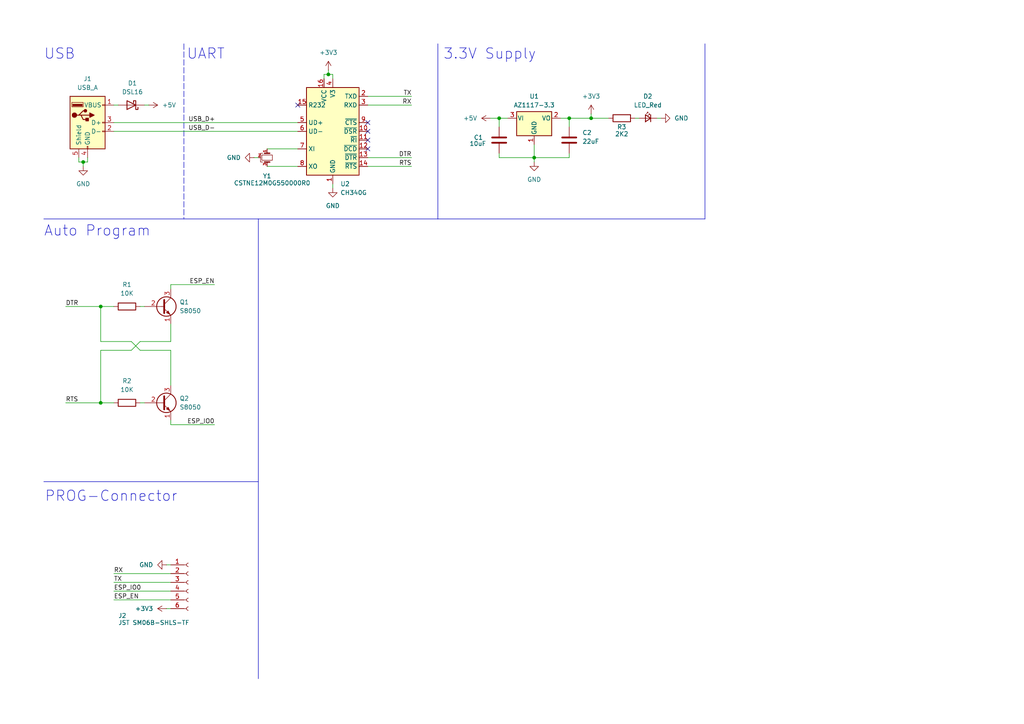
<source format=kicad_sch>
(kicad_sch (version 20231120) (generator "eeschema") (generator_version "8.0")
  (paper "A4")
  (title_block (title "ESP-PROG Stick") (date "2024-10-31") (rev "1.0") (company "github.com/harexew"))
  (lib_symbols
    (symbol "Connector:Conn_01x06_Socket" (pin_names (offset 1.016) hide)
      (property "Reference" "J" (at 0 7.62 0))
      (property "Value" "Conn_01x06_Socket" (at 0 -10.16 0))
      (symbol "Conn_01x06_Socket_1_1"
        (arc (start 0 -7.112) (mid -0.5058 -7.62) (end 0 -8.128) (stroke (width 0.1524)))
        (arc (start 0 -4.572) (mid -0.5058 -5.08) (end 0 -5.588) (stroke (width 0.1524)))
        (arc (start 0 -2.032) (mid -0.5058 -2.54) (end 0 -3.048) (stroke (width 0.1524)))
        (polyline (pts (xy -1.27 -7.62) (xy -0.508 -7.62)) (stroke (width 0.1524)))
        (polyline (pts (xy -1.27 -5.08) (xy -0.508 -5.08)) (stroke (width 0.1524)))
        (polyline (pts (xy -1.27 -2.54) (xy -0.508 -2.54)) (stroke (width 0.1524)))
        (polyline (pts (xy -1.27 0) (xy -0.508 0)) (stroke (width 0.1524)))
        (polyline (pts (xy -1.27 2.54) (xy -0.508 2.54)) (stroke (width 0.1524)))
        (polyline (pts (xy -1.27 5.08) (xy -0.508 5.08)) (stroke (width 0.1524)))
        (arc (start 0 0.508) (mid -0.5058 0) (end 0 -0.508) (stroke (width 0.1524)))
        (arc (start 0 3.048) (mid -0.5058 2.54) (end 0 2.032) (stroke (width 0.1524)))
        (arc (start 0 5.588) (mid -0.5058 5.08) (end 0 4.572) (stroke (width 0.1524)))
        (pin passive line (at -5.08 5.08 0) (length 3.81) (name "Pin_1") (number "1"))
        (pin passive line (at -5.08 2.54 0) (length 3.81) (name "Pin_2") (number "2"))
        (pin passive line (at -5.08 0 0) (length 3.81) (name "Pin_3") (number "3"))
        (pin passive line (at -5.08 -2.54 0) (length 3.81) (name "Pin_4") (number "4"))
        (pin passive line (at -5.08 -5.08 0) (length 3.81) (name "Pin_5") (number "5"))
        (pin passive line (at -5.08 -7.62 0) (length 3.81) (name "Pin_6") (number "6"))
      )
    )
    (symbol "Connector:USB_A" (pin_names (offset 1.016))
      (property "Reference" "J" (at -5.08 11.43 0))
      (property "Value" "USB_A" (at -5.08 8.89 0))
      (symbol "USB_A_0_1"
        (rectangle (start -5.08 -7.62) (end 5.08 7.62) (stroke (width 0.254)) (fill (type background)))
        (circle (center -3.81 2.159) (radius 0.635) (stroke (width 0.254)) (fill (type outline)))
        (rectangle (start -1.524 4.826) (end -4.318 5.334) (fill (type outline)))
        (rectangle (start -1.27 4.572) (end -4.572 5.842))
        (circle (center -0.635 3.429) (radius 0.381) (stroke (width 0.254)) (fill (type outline)))
        (rectangle (start -0.127 -7.62) (end 0.127 -6.858))
        (polyline (pts (xy -3.175 2.159) (xy -2.54 2.159) (xy -1.27 3.429) (xy -0.635 3.429)) (stroke (width 0.254)))
        (polyline (pts (xy -2.54 2.159) (xy -1.905 2.159) (xy -1.27 0.889) (xy 0 0.889)) (stroke (width 0.254)))
        (polyline (pts (xy 0.635 2.794) (xy 0.635 1.524) (xy 1.905 2.159) (xy 0.635 2.794)) (stroke (width 0.254)) (fill (type outline)))
        (rectangle (start 0.254 1.27) (end -0.508 0.508) (stroke (width 0.254)) (fill (type outline)))
        (rectangle (start 5.08 -2.667) (end 4.318 -2.413))
        (rectangle (start 5.08 -0.127) (end 4.318 0.127))
        (rectangle (start 5.08 4.953) (end 4.318 5.207))
      )
      (symbol "USB_A_1_1"
        (polyline (pts (xy -1.905 2.159) (xy 0.635 2.159)) (stroke (width 0.254)))
        (pin power_in line (at 7.62 5.08 180) (length 2.54) (name "VBUS") (number "1"))
        (pin bidirectional line (at 7.62 -2.54 180) (length 2.54) (name "D-") (number "2"))
        (pin bidirectional line (at 7.62 0 180) (length 2.54) (name "D+") (number "3"))
        (pin power_in line (at 0 -10.16 90) (length 2.54) (name "GND") (number "4"))
        (pin passive line (at -2.54 -10.16 90) (length 2.54) (name "Shield") (number "5"))
      )
    )
    (symbol "Device:C" (pin_numbers hide) (pin_names (offset 0.254))
      (property "Reference" "C" (at 0.635 2.54 0))
      (property "Value" "C" (at 0.635 -2.54 0))
      (symbol "C_0_1"
        (polyline (pts (xy -2.032 -0.762) (xy 2.032 -0.762)) (stroke (width 0.508)))
        (polyline (pts (xy -2.032 0.762) (xy 2.032 0.762)) (stroke (width 0.508)))
      )
      (symbol "C_1_1"
        (pin passive line (at 0 3.81 270) (length 2.794) (name "~") (number "1"))
        (pin passive line (at 0 -3.81 90) (length 2.794) (name "~") (number "2"))
      )
    )
    (symbol "Device:Crystal_GND2_Small" (pin_names (offset 1.016) hide)
      (property "Reference" "Y" (at 0 5.08 0))
      (property "Value" "Crystal_GND2_Small" (at 0 3.175 0))
      (symbol "Crystal_GND2_Small_0_1"
        (rectangle (start -0.762 -1.524) (end 0.762 1.524))
        (polyline (pts (xy -1.27 -0.762) (xy -1.27 0.762)) (stroke (width 0.381)))
        (polyline (pts (xy 1.27 -0.762) (xy 1.27 0.762)) (stroke (width 0.381)))
        (polyline (pts (xy -1.27 -1.27) (xy -1.27 -1.905) (xy 1.27 -1.905) (xy 1.27 -1.27)))
      )
      (symbol "Crystal_GND2_Small_1_1"
        (pin passive line (at -2.54 0 0) (length 1.27) (name "1") (number "1"))
        (pin passive line (at 0 -2.54 90) (length 0.635) (name "2") (number "2"))
        (pin passive line (at 2.54 0 180) (length 1.27) (name "3") (number "3"))
      )
    )
    (symbol "Device:D_Schottky" (pin_numbers hide) (pin_names (offset 1.016) hide)
      (property "Reference" "D" (at 0 2.54 0))
      (property "Value" "D_Schottky" (at 0 -2.54 0))
      (symbol "D_Schottky_0_1"
        (polyline (pts (xy 1.27 0) (xy -1.27 0)))
        (polyline (pts (xy 1.27 1.27) (xy 1.27 -1.27) (xy -1.27 0) (xy 1.27 1.27)) (stroke (width 0.254)))
        (polyline (pts (xy -1.905 0.635) (xy -1.905 1.27) (xy -1.27 1.27) (xy -1.27 -1.27) (xy -0.635 -1.27) (xy -0.635 -0.635)) (stroke (width 0.254)))
      )
      (symbol "D_Schottky_1_1"
        (pin passive line (at -3.81 0 0) (length 2.54) (name "K") (number "1"))
        (pin passive line (at 3.81 0 180) (length 2.54) (name "A") (number "2"))
      )
    )
    (symbol "Device:LED_Small" (pin_numbers hide) (pin_names (offset 0.254) hide)
      (property "Reference" "D" (at -1.27 3.175 0))
      (property "Value" "LED_Small" (at -4.445 -2.54 0))
      (symbol "LED_Small_0_1"
        (polyline (pts (xy -0.762 -1.016) (xy -0.762 1.016)) (stroke (width 0.254)))
        (polyline (pts (xy 1.016 0) (xy -0.762 0)))
        (polyline (pts (xy 0.762 -1.016) (xy -0.762 0) (xy 0.762 1.016) (xy 0.762 -1.016)) (stroke (width 0.254)))
        (polyline (pts (xy 0 0.762) (xy -0.508 1.27) (xy -0.254 1.27) (xy -0.508 1.27) (xy -0.508 1.016)))
        (polyline (pts (xy 0.508 1.27) (xy 0 1.778) (xy 0.254 1.778) (xy 0 1.778) (xy 0 1.524)))
      )
      (symbol "LED_Small_1_1"
        (pin passive line (at -2.54 0 0) (length 1.778) (name "K") (number "1"))
        (pin passive line (at 2.54 0 180) (length 1.778) (name "A") (number "2"))
      )
    )
    (symbol "Device:R" (pin_numbers hide) (pin_names (offset 0))
      (property "Reference" "R" (at 2.032 0 90))
      (property "Value" "R" (at 0 0 90))
      (symbol "R_0_1"
        (rectangle (start -1.016 -2.54) (end 1.016 2.54) (stroke (width 0.254)))
      )
      (symbol "R_1_1"
        (pin passive line (at 0 3.81 270) (length 1.27) (name "~") (number "1"))
        (pin passive line (at 0 -3.81 90) (length 1.27) (name "~") (number "2"))
      )
    )
    (symbol "Interface_USB:CH340G"
      (property "Reference" "U" (at -5.08 13.97 0))
      (property "Value" "CH340G" (at 1.27 13.97 0))
      (symbol "CH340G_0_1"
        (rectangle (start -7.62 12.7) (end 7.62 -12.7) (stroke (width 0.254)) (fill (type background)))
      )
      (symbol "CH340G_1_1"
        (pin power_in line (at 0 -15.24 90) (length 2.54) (name "GND") (number "1"))
        (pin input line (at 10.16 0 180) (length 2.54) (name "~{DSR}") (number "10"))
        (pin input line (at 10.16 -2.54 180) (length 2.54) (name "~{RI}") (number "11"))
        (pin input line (at 10.16 -5.08 180) (length 2.54) (name "~{DCD}") (number "12"))
        (pin output line (at 10.16 -7.62 180) (length 2.54) (name "~{DTR}") (number "13"))
        (pin output line (at 10.16 -10.16 180) (length 2.54) (name "~{RTS}") (number "14"))
        (pin input line (at -10.16 7.62 0) (length 2.54) (name "R232") (number "15"))
        (pin power_in line (at -2.54 15.24 270) (length 2.54) (name "VCC") (number "16"))
        (pin output line (at 10.16 10.16 180) (length 2.54) (name "TXD") (number "2"))
        (pin input line (at 10.16 7.62 180) (length 2.54) (name "RXD") (number "3"))
        (pin power_out line (at 0 15.24 270) (length 2.54) (name "V3") (number "4"))
        (pin bidirectional line (at -10.16 2.54 0) (length 2.54) (name "UD+") (number "5"))
        (pin bidirectional line (at -10.16 0 0) (length 2.54) (name "UD-") (number "6"))
        (pin input line (at -10.16 -5.08 0) (length 2.54) (name "XI") (number "7"))
        (pin output line (at -10.16 -10.16 0) (length 2.54) (name "XO") (number "8"))
        (pin input line (at 10.16 2.54 180) (length 2.54) (name "~{CTS}") (number "9"))
      )
    )
    (symbol "Regulator_Linear:AZ1117-3.3" (pin_names (offset 0.254))
      (property "Reference" "U" (at -3.81 3.175 0))
      (property "Value" "AZ1117-3.3" (at 0 3.175 0))
      (symbol "AZ1117-3.3_0_1"
        (rectangle (start -5.08 1.905) (end 5.08 -5.08) (stroke (width 0.254)) (fill (type background)))
      )
      (symbol "AZ1117-3.3_1_1"
        (pin power_in line (at 0 -7.62 90) (length 2.54) (name "GND") (number "1"))
        (pin power_out line (at 7.62 0 180) (length 2.54) (name "VO") (number "2"))
        (pin power_in line (at -7.62 0 0) (length 2.54) (name "VI") (number "3"))
      )
    )
    (symbol "Transistor_BJT:S8050" (pin_names (offset 0) hide)
      (property "Reference" "Q" (at 5.08 1.905 0))
      (property "Value" "S8050" (at 5.08 0 0))
      (symbol "S8050_0_1"
        (polyline (pts (xy 0 0) (xy 0.635 0)))
        (polyline (pts (xy 0.635 0.635) (xy 2.54 2.54)))
        (polyline (pts (xy 0.635 -0.635) (xy 2.54 -2.54) (xy 2.54 -2.54)))
        (polyline (pts (xy 0.635 1.905) (xy 0.635 -1.905) (xy 0.635 -1.905)) (stroke (width 0.508)))
        (polyline (pts (xy 1.27 -1.778) (xy 1.778 -1.27) (xy 2.286 -2.286) (xy 1.27 -1.778) (xy 1.27 -1.778)) (fill (type outline)))
        (circle (center 1.27 0) (radius 2.8194) (stroke (width 0.254)))
      )
      (symbol "S8050_1_1"
        (pin passive line (at 2.54 -5.08 90) (length 2.54) (name "E") (number "1"))
        (pin input line (at -5.08 0 0) (length 5.08) (name "B") (number "2"))
        (pin passive line (at 2.54 5.08 270) (length 2.54) (name "C") (number "3"))
      )
    )
    (symbol "power:+3V3" (power) (pin_numbers hide) (pin_names (offset 0) hide)
      (property "Value" "+3V3" (at 0 3.556 0))
      (symbol "+3V3_0_1"
        (polyline (pts (xy -0.762 1.27) (xy 0 2.54)))
        (polyline (pts (xy 0 0) (xy 0 2.54)))
        (polyline (pts (xy 0 2.54) (xy 0.762 1.27)))
      )
      (symbol "+3V3_1_1"
        (pin power_in line (at 0 0 90) (length 0) (name "~") (number "1"))
      )
    )
    (symbol "power:+5V" (power) (pin_numbers hide) (pin_names (offset 0) hide)
      (property "Value" "+5V" (at 0 3.556 0))
      (symbol "+5V_0_1"
        (polyline (pts (xy -0.762 1.27) (xy 0 2.54)))
        (polyline (pts (xy 0 0) (xy 0 2.54)))
        (polyline (pts (xy 0 2.54) (xy 0.762 1.27)))
      )
      (symbol "+5V_1_1"
        (pin power_in line (at 0 0 90) (length 0) (name "~") (number "1"))
      )
    )
    (symbol "power:GND" (power) (pin_numbers hide) (pin_names (offset 0) hide)
      (property "Value" "GND" (at 0 -3.81 0))
      (symbol "GND_0_1"
        (polyline (pts (xy 0 0) (xy 0 -1.27) (xy 1.27 -1.27) (xy 0 -2.54) (xy -1.27 -1.27) (xy 0 -1.27)))
      )
      (symbol "GND_1_1"
        (pin power_in line (at 0 0 270) (length 0) (name "~") (number "1"))
      )
    )
  )
  (junction (at 154.94 45.72))
  (junction (at 171.45 34.29))
  (junction (at 95.25 21.59))
  (junction (at 165.1 34.29))
  (junction (at 29.21 116.84))
  (junction (at 144.78 34.29))
  (junction (at 29.21 88.9))
  (junction (at 24.13 46.99))
  (no_connect (at 106.68 38.1))
  (no_connect (at 106.68 43.18))
  (no_connect (at 86.36 30.48))
  (no_connect (at 106.68 40.64))
  (no_connect (at 106.68 35.56))
  (wire (pts (xy 33.02 166.37) (xy 49.53 166.37)))
  (wire (pts (xy 154.94 41.91) (xy 154.94 45.72)))
  (polyline (pts (xy 53.34 12.7) (xy 53.34 63.5)) (stroke (width 0) (type dash)))
  (wire (pts (xy 22.86 46.99) (xy 24.13 46.99)))
  (wire (pts (xy 33.02 30.48) (xy 34.29 30.48)))
  (wire (pts (xy 77.47 43.18) (xy 86.36 43.18)))
  (wire (pts (xy 29.21 116.84) (xy 33.02 116.84)))
  (wire (pts (xy 49.53 121.92) (xy 49.53 123.19)))
  (wire (pts (xy 106.68 45.72) (xy 119.38 45.72)))
  (wire (pts (xy 96.52 21.59) (xy 96.52 22.86)))
  (wire (pts (xy 29.21 88.9) (xy 33.02 88.9)))
  (wire (pts (xy 41.91 30.48) (xy 43.18 30.48)))
  (wire (pts (xy 106.68 30.48) (xy 119.38 30.48)))
  (wire (pts (xy 38.1 101.6) (xy 40.64 99.06)))
  (wire (pts (xy 33.02 38.1) (xy 86.36 38.1)))
  (wire (pts (xy 106.68 48.26) (xy 119.38 48.26)))
  (wire (pts (xy 40.64 88.9) (xy 41.91 88.9)))
  (wire (pts (xy 49.53 82.55) (xy 62.23 82.55)))
  (wire (pts (xy 33.02 173.99) (xy 49.53 173.99)))
  (wire (pts (xy 144.78 34.29) (xy 144.78 36.83)))
  (wire (pts (xy 48.26 163.83) (xy 49.53 163.83)))
  (wire (pts (xy 40.64 99.06) (xy 49.53 99.06)))
  (polyline (pts (xy 74.93 63.5) (xy 74.93 196.85)))
  (wire (pts (xy 144.78 45.72) (xy 154.94 45.72)))
  (wire (pts (xy 40.64 116.84) (xy 41.91 116.84)))
  (wire (pts (xy 95.25 20.32) (xy 95.25 21.59)))
  (wire (pts (xy 165.1 34.29) (xy 165.1 36.83)))
  (wire (pts (xy 40.64 101.6) (xy 49.53 101.6)))
  (wire (pts (xy 106.68 27.94) (xy 119.38 27.94)))
  (wire (pts (xy 25.4 45.72) (xy 25.4 46.99)))
  (wire (pts (xy 93.98 21.59) (xy 95.25 21.59)))
  (wire (pts (xy 29.21 101.6) (xy 38.1 101.6)))
  (wire (pts (xy 33.02 168.91) (xy 49.53 168.91)))
  (wire (pts (xy 77.47 48.26) (xy 86.36 48.26)))
  (wire (pts (xy 165.1 34.29) (xy 171.45 34.29)))
  (wire (pts (xy 93.98 22.86) (xy 93.98 21.59)))
  (wire (pts (xy 165.1 45.72) (xy 165.1 44.45)))
  (polyline (pts (xy 127 12.7) (xy 127 63.5)))
  (polyline (pts (xy 127 63.5) (xy 204.47 63.5)))
  (wire (pts (xy 48.26 176.53) (xy 49.53 176.53)))
  (wire (pts (xy 95.25 21.59) (xy 96.52 21.59)))
  (wire (pts (xy 24.13 46.99) (xy 24.13 48.26)))
  (wire (pts (xy 33.02 171.45) (xy 49.53 171.45)))
  (wire (pts (xy 24.13 46.99) (xy 25.4 46.99)))
  (wire (pts (xy 19.05 116.84) (xy 29.21 116.84)))
  (wire (pts (xy 154.94 45.72) (xy 154.94 46.99)))
  (polyline (pts (xy 12.7 63.5) (xy 127 63.5)))
  (wire (pts (xy 29.21 99.06) (xy 29.21 88.9)))
  (wire (pts (xy 38.1 99.06) (xy 40.64 101.6)))
  (wire (pts (xy 49.53 123.19) (xy 62.23 123.19)))
  (wire (pts (xy 185.42 34.29) (xy 184.15 34.29)))
  (wire (pts (xy 49.53 83.82) (xy 49.53 82.55)))
  (polyline (pts (xy 12.7 139.7) (xy 74.93 139.7)))
  (wire (pts (xy 154.94 45.72) (xy 165.1 45.72)))
  (wire (pts (xy 22.86 45.72) (xy 22.86 46.99)))
  (wire (pts (xy 190.5 34.29) (xy 191.77 34.29)))
  (wire (pts (xy 33.02 35.56) (xy 86.36 35.56)))
  (wire (pts (xy 162.56 34.29) (xy 165.1 34.29)))
  (wire (pts (xy 38.1 99.06) (xy 29.21 99.06)))
  (wire (pts (xy 49.53 101.6) (xy 49.53 111.76)))
  (wire (pts (xy 144.78 45.72) (xy 144.78 44.45)))
  (polyline (pts (xy 204.47 12.7) (xy 204.47 63.5)))
  (wire (pts (xy 29.21 101.6) (xy 29.21 116.84)))
  (wire (pts (xy 142.24 34.29) (xy 144.78 34.29)))
  (wire (pts (xy 49.53 99.06) (xy 49.53 93.98)))
  (wire (pts (xy 19.05 88.9) (xy 29.21 88.9)))
  (wire (pts (xy 144.78 34.29) (xy 147.32 34.29)))
  (wire (pts (xy 171.45 34.29) (xy 171.45 33.02)))
  (wire (pts (xy 73.66 45.72) (xy 74.93 45.72)))
  (wire (pts (xy 171.45 34.29) (xy 176.53 34.29)))
  (wire (pts (xy 96.52 53.34) (xy 96.52 54.61)))
  (text "PROG-Connector" (at 12.954 144.018 0) (effects (font (size 3 3)) (justify left)))
  (text "USB" (at 12.7 15.748 0) (effects (font (size 3 3)) (justify left)))
  (text "UART" (at 54.102 15.748 0) (effects (font (size 3 3)) (justify left)))
  (text "3.3V Supply" (at 128.524 15.748 0) (effects (font (size 3 3)) (justify left)))
  (text "Auto Program" (at 12.7 67.056 0) (effects (font (size 3 3)) (justify left)))
  (label "DTR" (at 19.05 88.9 0))
  (label "USB_D+" (at 54.61 35.56 0))
  (label "ESP_EN" (at 62.23 82.55 180))
  (label "RTS" (at 19.05 116.84 0))
  (label "RX" (at 33.02 166.37 0))
  (label "RTS" (at 119.38 48.26 180))
  (label "TX" (at 119.38 27.94 180))
  (label "ESP_EN" (at 33.02 173.99 0))
  (label "RX" (at 119.38 30.48 180))
  (label "ESP_IO0" (at 62.23 123.19 180))
  (label "USB_D-" (at 54.61 38.1 0))
  (label "ESP_IO0" (at 33.02 171.45 0))
  (label "TX" (at 33.02 168.91 0))
  (label "DTR" (at 119.38 45.72 180))
  (symbol (lib_id "power:GND") (at 191.77 34.29 90) (unit 1)
    (property "Reference" "#PWR06" (effects (hide yes)))
    (property "Value" "GND" (at 195.58 34.2899 90) (effects (justify right)))
    (property "Description" "Power symbol creates a global label with name \"GND\" , ground" (effects (hide yes)))
  )
  (symbol (lib_id "power:+3V3") (at 48.26 176.53 90) (mirror x) (unit 1)
    (property "Reference" "#PWR011" (effects (hide yes)))
    (property "Value" "+3V3" (at 44.45 176.5299 90) (effects (justify left)))
    (property "Description" "Power symbol creates a global label with name \"+3V3\"" (effects (hide yes)))
  )
  (symbol (lib_id "Device:R") (at 36.83 116.84 90) (unit 1)
    (property "Reference" "R2" (at 36.83 110.49 90))
    (property "Value" "10K" (at 36.83 113.03 90))
    (property "Footprint" "Resistor_SMD:R_0603_1608Metric" (effects (hide yes)))
    (property "Description" "Resistor" (effects (hide yes)))
    (property "LCSC" "C98220" (effects (hide yes)))
  )
  (symbol (lib_id "power:GND") (at 48.26 163.83 270) (unit 1)
    (property "Reference" "#PWR010" (effects (hide yes)))
    (property "Value" "GND" (at 44.45 163.8299 90) (effects (justify right)))
    (property "Description" "Power symbol creates a global label with name \"GND\" , ground" (effects (hide yes)))
  )
  (symbol (lib_id "Transistor_BJT:S8050") (at 46.99 116.84 0) (unit 1)
    (property "Reference" "Q2" (at 52.07 115.5699 0) (effects (justify left)))
    (property "Value" "S8050" (at 52.07 118.1099 0) (effects (justify left)))
    (property "Footprint" "Package_TO_SOT_SMD:SOT-23" (effects (hide yes)))
    (property "Datasheet" "http://www.unisonic.com.tw/datasheet/S8050.pdf" (effects (hide yes)))
    (property "Description" "0.7A Ic, 20V Vce, Low Voltage High Current NPN Transistor, TO-92" (effects (hide yes)))
    (property "LCSC" "C2926165" (effects (hide yes)))
  )
  (symbol (lib_id "Regulator_Linear:AZ1117-3.3") (at 154.94 34.29 0) (unit 1)
    (property "Reference" "U1" (at 154.94 27.94 0))
    (property "Value" "AZ1117-3.3" (at 154.94 30.48 0))
    (property "Footprint" "Package_TO_SOT_SMD:SOT-223-3_TabPin2" (effects (hide yes)))
    (property "Datasheet" "https://www.diodes.com/assets/Datasheets/AZ1117.pdf" (effects (hide yes)))
    (property "Description" "1A 20V Fixed LDO Linear Regulator, 3.3V, SOT-89/SOT-223/TO-220/TO-252/TO-263" (effects (hide yes)))
    (property "LCSC" "C7432020" (effects (hide yes)))
  )
  (symbol (lib_id "power:+5V") (at 43.18 30.48 270) (unit 1)
    (property "Reference" "#PWR01" (effects (hide yes)))
    (property "Value" "+5V" (at 46.99 30.4799 90) (effects (justify left)))
    (property "Description" "Power symbol creates a global label with name \"+5V\"" (effects (hide yes)))
  )
  (symbol (lib_id "power:GND") (at 154.94 46.99 0) (unit 1)
    (property "Reference" "#PWR04" (effects (hide yes)))
    (property "Value" "GND" (at 154.94 52.07 0))
    (property "Description" "Power symbol creates a global label with name \"GND\" , ground" (effects (hide yes)))
  )
  (symbol (lib_id "Connector:USB_A") (at 25.4 35.56 0) (unit 1)
    (property "Reference" "J1" (at 25.4 22.86 0))
    (property "Value" "USB_A" (at 25.4 25.4 0))
    (property "Footprint" "USB_Custom:XKB_U217-041N" (effects (hide yes)))
    (property "Description" "USB Type A connector" (effects (hide yes)))
    (property "LCSC" "C6036898" (effects (hide yes)))
  )
  (symbol (lib_id "power:GND") (at 96.52 54.61 0) (unit 1)
    (property "Reference" "#PWR08" (effects (hide yes)))
    (property "Value" "GND" (at 96.52 59.69 0))
    (property "Description" "Power symbol creates a global label with name \"GND\" , ground" (effects (hide yes)))
  )
  (symbol (lib_id "Device:C") (at 165.1 40.64 0) (mirror y) (unit 1)
    (property "Reference" "C2" (at 168.91 38.4809 0) (effects (justify right)))
    (property "Value" "22uF" (at 168.91 41.0209 0) (effects (justify right)))
    (property "Footprint" "Capacitor_SMD:C_1206_3216Metric_Pad1.33x1.80mm_HandSolder" (effects (hide yes)))
    (property "Description" "Unpolarized capacitor" (effects (hide yes)))
    (property "LCSC" "C2835562" (effects (hide yes)))
  )
  (symbol (lib_id "Transistor_BJT:S8050") (at 46.99 88.9 0) (unit 1)
    (property "Reference" "Q1" (at 52.07 87.6299 0) (effects (justify left)))
    (property "Value" "S8050" (at 52.07 90.1699 0) (effects (justify left)))
    (property "Footprint" "Package_TO_SOT_SMD:SOT-23" (effects (hide yes)))
    (property "Datasheet" "http://www.unisonic.com.tw/datasheet/S8050.pdf" (effects (hide yes)))
    (property "Description" "0.7A Ic, 20V Vce, Low Voltage High Current NPN Transistor, TO-92" (effects (hide yes)))
    (property "LCSC" "C2926165" (effects (hide yes)))
  )
  (symbol (lib_id "power:GND") (at 24.13 48.26 0) (unit 1)
    (property "Reference" "#PWR02" (effects (hide yes)))
    (property "Value" "GND" (at 24.13 53.34 0))
    (property "Description" "Power symbol creates a global label with name \"GND\" , ground" (effects (hide yes)))
  )
  (symbol (lib_id "power:+3V3") (at 95.25 20.32 0) (mirror y) (unit 1)
    (property "Reference" "#PWR09" (effects (hide yes)))
    (property "Value" "+3V3" (at 95.25 15.24 0))
    (property "Description" "Power symbol creates a global label with name \"+3V3\"" (effects (hide yes)))
  )
  (symbol (lib_id "Device:R") (at 180.34 34.29 90) (mirror x) (unit 1)
    (property "Reference" "R3" (at 180.34 36.83 90))
    (property "Value" "2K2" (at 180.34 38.862 90))
    (property "Footprint" "Resistor_SMD:R_0603_1608Metric" (effects (hide yes)))
    (property "Description" "Resistor" (effects (hide yes)))
    (property "LCSC" "C858962" (effects (hide yes)))
  )
  (symbol (lib_id "Connector:Conn_01x06_Socket") (at 54.61 168.91 0) (unit 1)
    (property "Reference" "J2" (at 34.29 178.562 0) (effects (justify left)))
    (property "Value" "JST SM06B-SHLS-TF" (at 34.29 180.594 0) (effects (justify left)))
    (property "Footprint" "Connector_JST:JST_SHL_SM06B-SHLS-TF_1x06-1MP_P1.00mm_Horizontal" (effects (hide yes)))
    (property "Description" "Generic connector, single row, 01x06, script generated" (effects (hide yes)))
    (property "LCSC" "C265110" (effects (hide yes)))
  )
  (symbol (lib_id "Interface_USB:CH340G") (at 96.52 38.1 0) (unit 1)
    (property "Reference" "U2" (at 98.7141 53.34 0) (effects (justify left)))
    (property "Value" "CH340G" (at 98.7141 55.88 0) (effects (justify left)))
    (property "Footprint" "Package_SO:SOIC-16_3.9x9.9mm_P1.27mm" (effects (hide yes)))
    (property "Datasheet" "http://www.datasheet5.com/pdf-local-2195953" (effects (hide yes)))
    (property "Description" "USB serial converter, UART, SOIC-16" (effects (hide yes)))
    (property "LCSC" "C14267" (effects (hide yes)))
  )
  (symbol (lib_id "Device:Crystal_GND2_Small") (at 77.47 45.72 270) (unit 1)
    (property "Reference" "Y1" (at 76.2 51.054 90) (effects (justify left)))
    (property "Value" "CSTNE12M0G550000R0" (at 67.818 53.086 90) (effects (justify left)))
    (property "Footprint" "Crystal:Resonator_SMD_Murata_CSTxExxV-3Pin_3.0x1.1mm" (effects (hide yes)))
    (property "Description" "Three pin crystal, GND on pin 2, small symbol" (effects (hide yes)))
    (property "LCSC" "C341520" (effects (hide yes)))
  )
  (symbol (lib_id "power:+5V") (at 142.24 34.29 90) (unit 1)
    (property "Reference" "#PWR03" (effects (hide yes)))
    (property "Value" "+5V" (at 138.43 34.2899 90) (effects (justify left)))
    (property "Description" "Power symbol creates a global label with name \"+5V\"" (effects (hide yes)))
  )
  (symbol (lib_id "power:GND") (at 73.66 45.72 270) (unit 1)
    (property "Reference" "#PWR07" (effects (hide yes)))
    (property "Value" "GND" (at 69.85 45.7199 90) (effects (justify right)))
    (property "Description" "Power symbol creates a global label with name \"GND\" , ground" (effects (hide yes)))
  )
  (symbol (lib_id "power:+3V3") (at 171.45 33.02 0) (mirror y) (unit 1)
    (property "Reference" "#PWR05" (effects (hide yes)))
    (property "Value" "+3V3" (at 171.45 27.94 0))
    (property "Description" "Power symbol creates a global label with name \"+3V3\"" (effects (hide yes)))
  )
  (symbol (lib_id "Device:D_Schottky") (at 38.1 30.48 180) (unit 1)
    (property "Reference" "D1" (at 38.4175 24.13 0))
    (property "Value" "DSL16" (at 38.4175 26.67 0))
    (property "Footprint" "Diode_SMD:D_SOD-123F" (effects (hide yes)))
    (property "Description" "Schottky diode" (effects (hide yes)))
    (property "LCSC" "C22466348" (effects (hide yes)))
  )
  (symbol (lib_id "Device:LED_Small") (at 187.96 34.29 0) (mirror y) (unit 1)
    (property "Reference" "D2" (at 187.8965 27.94 0))
    (property "Value" "LED_Red" (at 187.8965 30.48 0))
    (property "Footprint" "LED_SMD:LED_0603_1608Metric_Pad1.05x0.95mm_HandSolder" (effects (hide yes)))
    (property "Description" "Light emitting diode, small symbol" (effects (hide yes)))
    (property "LCSC" "C5336696" (effects (hide yes)))
  )
  (symbol (lib_id "Device:C") (at 144.78 40.64 0) (unit 1)
    (property "Reference" "C1" (at 137.414 39.878 0) (effects (justify left)))
    (property "Value" "10uF" (at 136.144 41.656 0) (effects (justify left)))
    (property "Footprint" "Capacitor_SMD:C_0603_1608Metric" (effects (hide yes)))
    (property "Description" "Unpolarized capacitor" (effects (hide yes)))
    (property "LCSC" "C19702" (effects (hide yes)))
  )
  (symbol (lib_id "Device:R") (at 36.83 88.9 90) (unit 1)
    (property "Reference" "R1" (at 36.83 82.55 90))
    (property "Value" "10K" (at 36.83 85.09 90))
    (property "Footprint" "Resistor_SMD:R_0603_1608Metric" (effects (hide yes)))
    (property "Description" "Resistor" (effects (hide yes)))
    (property "LCSC" "C98220" (effects (hide yes)))
  )
)
</source>
